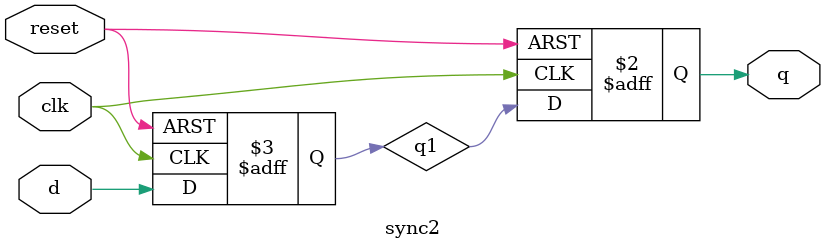
<source format=v>
`default_nettype none
module top (
	input  ext_clk,
    output spi_miso,
    input spi_clk,
    input spi_mosi,
    input spi_ss,
    input reset,
    output pmod1_1,
    output pmod1_2,
    output pmod1_3,
    output pmod1_4
);
    wire spi_we;
    wire spi_re;
    wire clk_32m;

    // for capturing the traces
    assign pmod1_1 = spi_miso;
    assign pmod1_2 = spi_clk;
    assign pmod1_3 = read_count != 1'b0;
    assign pmod1_4 = reset;

    `ifndef FORMAL
    SB_PLL40_CORE #(
        .FEEDBACK_PATH("SIMPLE"),
        .PLLOUT_SELECT("GENCLK"),
        // input 100MHz - output 32MHz
        .DIVR(4'b0011),
        .DIVF(7'b0101000),
        .DIVQ(3'b101), 
        .FILTER_RANGE(3'b010)

    ) uut (
        .RESETB(1'b1),
        .BYPASS(1'b0),
        .REFERENCECLK(ext_clk),
        .PLLOUTCORE(clk_32m)
    );
    `endif

    `ifdef FORMAL
        wire clk_32m = ext_clk;
    `endif

    // register widths
    localparam REG_GEN        = 7'h7D; 
    localparam REG_RD_CNT     = 7'h7E; 

    // change this number to alter the outcome of the test
    `ifndef FORMAL
    localparam SPI_LEN = 8 * 12;
    `else
    localparam SPI_LEN = 8; // reduce clocks needed to read registers, so can use lower depth in sby config file
    `endif

    wire [6:0] addr;

    wire [SPI_LEN-1:0] wdat;
    reg [SPI_LEN-1:0] rdat;

    spi_slave #(.dsz(SPI_LEN)) spi_slave(.reset(reset), .clk(clk_32m), .spimiso(spi_miso), .spiclk(spi_clk), .spimosi(spi_mosi), .spicsl(spi_ss), .we(spi_we), .re(spi_re), .wdat(wdat), .addr(addr), .rdat(rdat));

    reg [SPI_LEN-1:0] read_count = 0;
    reg [SPI_LEN-1:0] general_reg = 25000; // test register for testing SPI read/write

    wire spi_re_clk_en;
    wire spi_re_s;
    // first CDC synchronize the spi_re signal as coming from raspberry pi
    sync2 spi_re_sync(.reset(reset), .clk(clk_32m), .d(spi_re), .q(spi_re_s));
    // convert long spi read & write pulses to a single clock pulse of clk_32m
    // spi_re will last about 1.6 clk_32m cycles if SPI is 20MHz.
    pulse spi_read_clk_en (.clk(clk_32m), .in(spi_re_s), .out(spi_re_clk_en), .reset(reset));

    // connect up SPI writes
    always @(posedge clk_32m) begin
            if(reset)
                general_reg <= 0;
            else if(spi_we) begin
            case(addr)
                REG_GEN: 
                    general_reg <= wdat;
            endcase
        end
    end
    // connect up SPI reads
    always @(posedge clk_32m) begin
        if(reset)
            read_count <= 0;
        else if(spi_re_clk_en) begin
            read_count <= read_count + 1;
            case(addr) 
                REG_RD_CNT:
                    rdat <= read_count;
                REG_GEN:
                    rdat <= general_reg;
                default: 
                    rdat <= 0;
            endcase
        end
    end

    `ifdef FORMAL
        reg f_past_valid = 0;
        always @(posedge ext_clk)
            f_past_valid <= 1;

        // start in reset
        initial assume(reset);

        // produce a trace that shows read_count != 0
        always @(posedge ext_clk) begin
            cover(read_count == 1);
        end

        // prove that only way read_count can change if with spi_mosi changing
        reg f_mosi_signalled = 0;
        always @(posedge ext_clk) begin
            if(spi_mosi)
                f_mosi_signalled <= 1'b1;
            if(!f_mosi_signalled)
                assert(read_count == 0);
        end

        // prove at reset counts go to 0
        always @(posedge ext_clk) begin
            if(f_past_valid)
                if($past(reset)) begin
                    assert(read_count == 0);
                    assert(general_reg == 0);
                end
        end
    `endif

endmodule

// sync signal to different clock domain
// Adapted from Clifford E. Cumming's paper:
// http://www.sunburst-design.com/papers/CummingsSNUG2008Boston_CDC.pdf
module sync2 (
  output reg q,
  input  wire d,
  input wire  clk,
  input wire  reset);
  reg q1; // 1st stage ff output
  always @(posedge clk or posedge reset) begin
    if (reset) {q,q1} <= 0;
    else        {q,q1} <= {q1,d};
    end
endmodule

</source>
